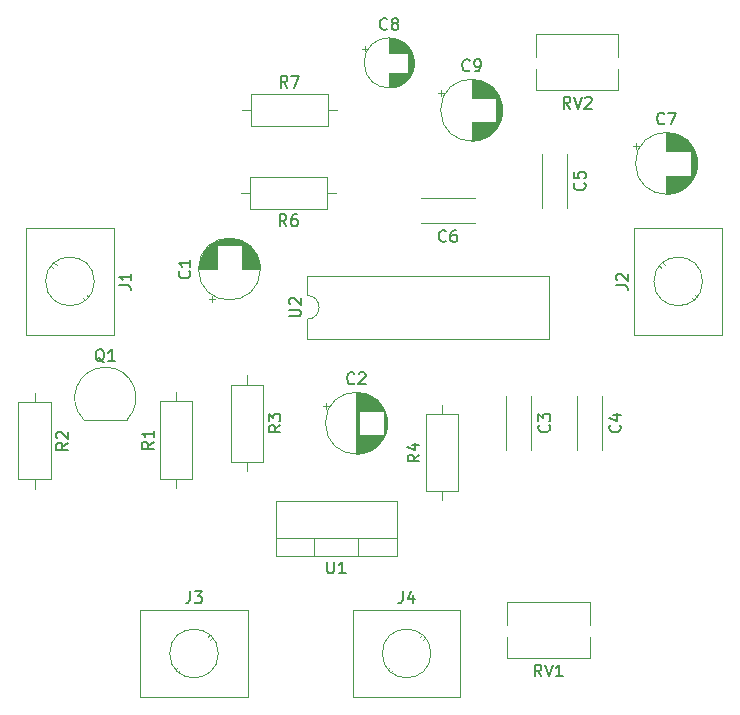
<source format=gbr>
%TF.GenerationSoftware,KiCad,Pcbnew,8.0.5*%
%TF.CreationDate,2024-10-10T16:22:24-05:00*%
%TF.ProjectId,Block-PT2399,426c6f63-6b2d-4505-9432-3339392e6b69,rev?*%
%TF.SameCoordinates,Original*%
%TF.FileFunction,Legend,Top*%
%TF.FilePolarity,Positive*%
%FSLAX46Y46*%
G04 Gerber Fmt 4.6, Leading zero omitted, Abs format (unit mm)*
G04 Created by KiCad (PCBNEW 8.0.5) date 2024-10-10 16:22:24*
%MOMM*%
%LPD*%
G01*
G04 APERTURE LIST*
%ADD10C,0.150000*%
%ADD11C,0.120000*%
G04 APERTURE END LIST*
D10*
X138333333Y-105059580D02*
X138285714Y-105107200D01*
X138285714Y-105107200D02*
X138142857Y-105154819D01*
X138142857Y-105154819D02*
X138047619Y-105154819D01*
X138047619Y-105154819D02*
X137904762Y-105107200D01*
X137904762Y-105107200D02*
X137809524Y-105011961D01*
X137809524Y-105011961D02*
X137761905Y-104916723D01*
X137761905Y-104916723D02*
X137714286Y-104726247D01*
X137714286Y-104726247D02*
X137714286Y-104583390D01*
X137714286Y-104583390D02*
X137761905Y-104392914D01*
X137761905Y-104392914D02*
X137809524Y-104297676D01*
X137809524Y-104297676D02*
X137904762Y-104202438D01*
X137904762Y-104202438D02*
X138047619Y-104154819D01*
X138047619Y-104154819D02*
X138142857Y-104154819D01*
X138142857Y-104154819D02*
X138285714Y-104202438D01*
X138285714Y-104202438D02*
X138333333Y-104250057D01*
X139190476Y-104154819D02*
X139000000Y-104154819D01*
X139000000Y-104154819D02*
X138904762Y-104202438D01*
X138904762Y-104202438D02*
X138857143Y-104250057D01*
X138857143Y-104250057D02*
X138761905Y-104392914D01*
X138761905Y-104392914D02*
X138714286Y-104583390D01*
X138714286Y-104583390D02*
X138714286Y-104964342D01*
X138714286Y-104964342D02*
X138761905Y-105059580D01*
X138761905Y-105059580D02*
X138809524Y-105107200D01*
X138809524Y-105107200D02*
X138904762Y-105154819D01*
X138904762Y-105154819D02*
X139095238Y-105154819D01*
X139095238Y-105154819D02*
X139190476Y-105107200D01*
X139190476Y-105107200D02*
X139238095Y-105059580D01*
X139238095Y-105059580D02*
X139285714Y-104964342D01*
X139285714Y-104964342D02*
X139285714Y-104726247D01*
X139285714Y-104726247D02*
X139238095Y-104631009D01*
X139238095Y-104631009D02*
X139190476Y-104583390D01*
X139190476Y-104583390D02*
X139095238Y-104535771D01*
X139095238Y-104535771D02*
X138904762Y-104535771D01*
X138904762Y-104535771D02*
X138809524Y-104583390D01*
X138809524Y-104583390D02*
X138761905Y-104631009D01*
X138761905Y-104631009D02*
X138714286Y-104726247D01*
X124833333Y-103824819D02*
X124500000Y-103348628D01*
X124261905Y-103824819D02*
X124261905Y-102824819D01*
X124261905Y-102824819D02*
X124642857Y-102824819D01*
X124642857Y-102824819D02*
X124738095Y-102872438D01*
X124738095Y-102872438D02*
X124785714Y-102920057D01*
X124785714Y-102920057D02*
X124833333Y-103015295D01*
X124833333Y-103015295D02*
X124833333Y-103158152D01*
X124833333Y-103158152D02*
X124785714Y-103253390D01*
X124785714Y-103253390D02*
X124738095Y-103301009D01*
X124738095Y-103301009D02*
X124642857Y-103348628D01*
X124642857Y-103348628D02*
X124261905Y-103348628D01*
X125690476Y-102824819D02*
X125500000Y-102824819D01*
X125500000Y-102824819D02*
X125404762Y-102872438D01*
X125404762Y-102872438D02*
X125357143Y-102920057D01*
X125357143Y-102920057D02*
X125261905Y-103062914D01*
X125261905Y-103062914D02*
X125214286Y-103253390D01*
X125214286Y-103253390D02*
X125214286Y-103634342D01*
X125214286Y-103634342D02*
X125261905Y-103729580D01*
X125261905Y-103729580D02*
X125309524Y-103777200D01*
X125309524Y-103777200D02*
X125404762Y-103824819D01*
X125404762Y-103824819D02*
X125595238Y-103824819D01*
X125595238Y-103824819D02*
X125690476Y-103777200D01*
X125690476Y-103777200D02*
X125738095Y-103729580D01*
X125738095Y-103729580D02*
X125785714Y-103634342D01*
X125785714Y-103634342D02*
X125785714Y-103396247D01*
X125785714Y-103396247D02*
X125738095Y-103301009D01*
X125738095Y-103301009D02*
X125690476Y-103253390D01*
X125690476Y-103253390D02*
X125595238Y-103205771D01*
X125595238Y-103205771D02*
X125404762Y-103205771D01*
X125404762Y-103205771D02*
X125309524Y-103253390D01*
X125309524Y-103253390D02*
X125261905Y-103301009D01*
X125261905Y-103301009D02*
X125214286Y-103396247D01*
X156833333Y-95109580D02*
X156785714Y-95157200D01*
X156785714Y-95157200D02*
X156642857Y-95204819D01*
X156642857Y-95204819D02*
X156547619Y-95204819D01*
X156547619Y-95204819D02*
X156404762Y-95157200D01*
X156404762Y-95157200D02*
X156309524Y-95061961D01*
X156309524Y-95061961D02*
X156261905Y-94966723D01*
X156261905Y-94966723D02*
X156214286Y-94776247D01*
X156214286Y-94776247D02*
X156214286Y-94633390D01*
X156214286Y-94633390D02*
X156261905Y-94442914D01*
X156261905Y-94442914D02*
X156309524Y-94347676D01*
X156309524Y-94347676D02*
X156404762Y-94252438D01*
X156404762Y-94252438D02*
X156547619Y-94204819D01*
X156547619Y-94204819D02*
X156642857Y-94204819D01*
X156642857Y-94204819D02*
X156785714Y-94252438D01*
X156785714Y-94252438D02*
X156833333Y-94300057D01*
X157166667Y-94204819D02*
X157833333Y-94204819D01*
X157833333Y-94204819D02*
X157404762Y-95204819D01*
X124913333Y-92084819D02*
X124580000Y-91608628D01*
X124341905Y-92084819D02*
X124341905Y-91084819D01*
X124341905Y-91084819D02*
X124722857Y-91084819D01*
X124722857Y-91084819D02*
X124818095Y-91132438D01*
X124818095Y-91132438D02*
X124865714Y-91180057D01*
X124865714Y-91180057D02*
X124913333Y-91275295D01*
X124913333Y-91275295D02*
X124913333Y-91418152D01*
X124913333Y-91418152D02*
X124865714Y-91513390D01*
X124865714Y-91513390D02*
X124818095Y-91561009D01*
X124818095Y-91561009D02*
X124722857Y-91608628D01*
X124722857Y-91608628D02*
X124341905Y-91608628D01*
X125246667Y-91084819D02*
X125913333Y-91084819D01*
X125913333Y-91084819D02*
X125484762Y-92084819D01*
X125044819Y-111451904D02*
X125854342Y-111451904D01*
X125854342Y-111451904D02*
X125949580Y-111404285D01*
X125949580Y-111404285D02*
X125997200Y-111356666D01*
X125997200Y-111356666D02*
X126044819Y-111261428D01*
X126044819Y-111261428D02*
X126044819Y-111070952D01*
X126044819Y-111070952D02*
X125997200Y-110975714D01*
X125997200Y-110975714D02*
X125949580Y-110928095D01*
X125949580Y-110928095D02*
X125854342Y-110880476D01*
X125854342Y-110880476D02*
X125044819Y-110880476D01*
X125140057Y-110451904D02*
X125092438Y-110404285D01*
X125092438Y-110404285D02*
X125044819Y-110309047D01*
X125044819Y-110309047D02*
X125044819Y-110070952D01*
X125044819Y-110070952D02*
X125092438Y-109975714D01*
X125092438Y-109975714D02*
X125140057Y-109928095D01*
X125140057Y-109928095D02*
X125235295Y-109880476D01*
X125235295Y-109880476D02*
X125330533Y-109880476D01*
X125330533Y-109880476D02*
X125473390Y-109928095D01*
X125473390Y-109928095D02*
X126044819Y-110499523D01*
X126044819Y-110499523D02*
X126044819Y-109880476D01*
X140333333Y-90609580D02*
X140285714Y-90657200D01*
X140285714Y-90657200D02*
X140142857Y-90704819D01*
X140142857Y-90704819D02*
X140047619Y-90704819D01*
X140047619Y-90704819D02*
X139904762Y-90657200D01*
X139904762Y-90657200D02*
X139809524Y-90561961D01*
X139809524Y-90561961D02*
X139761905Y-90466723D01*
X139761905Y-90466723D02*
X139714286Y-90276247D01*
X139714286Y-90276247D02*
X139714286Y-90133390D01*
X139714286Y-90133390D02*
X139761905Y-89942914D01*
X139761905Y-89942914D02*
X139809524Y-89847676D01*
X139809524Y-89847676D02*
X139904762Y-89752438D01*
X139904762Y-89752438D02*
X140047619Y-89704819D01*
X140047619Y-89704819D02*
X140142857Y-89704819D01*
X140142857Y-89704819D02*
X140285714Y-89752438D01*
X140285714Y-89752438D02*
X140333333Y-89800057D01*
X140809524Y-90704819D02*
X141000000Y-90704819D01*
X141000000Y-90704819D02*
X141095238Y-90657200D01*
X141095238Y-90657200D02*
X141142857Y-90609580D01*
X141142857Y-90609580D02*
X141238095Y-90466723D01*
X141238095Y-90466723D02*
X141285714Y-90276247D01*
X141285714Y-90276247D02*
X141285714Y-89895295D01*
X141285714Y-89895295D02*
X141238095Y-89800057D01*
X141238095Y-89800057D02*
X141190476Y-89752438D01*
X141190476Y-89752438D02*
X141095238Y-89704819D01*
X141095238Y-89704819D02*
X140904762Y-89704819D01*
X140904762Y-89704819D02*
X140809524Y-89752438D01*
X140809524Y-89752438D02*
X140761905Y-89800057D01*
X140761905Y-89800057D02*
X140714286Y-89895295D01*
X140714286Y-89895295D02*
X140714286Y-90133390D01*
X140714286Y-90133390D02*
X140761905Y-90228628D01*
X140761905Y-90228628D02*
X140809524Y-90276247D01*
X140809524Y-90276247D02*
X140904762Y-90323866D01*
X140904762Y-90323866D02*
X141095238Y-90323866D01*
X141095238Y-90323866D02*
X141190476Y-90276247D01*
X141190476Y-90276247D02*
X141238095Y-90228628D01*
X141238095Y-90228628D02*
X141285714Y-90133390D01*
X109404761Y-115350057D02*
X109309523Y-115302438D01*
X109309523Y-115302438D02*
X109214285Y-115207200D01*
X109214285Y-115207200D02*
X109071428Y-115064342D01*
X109071428Y-115064342D02*
X108976190Y-115016723D01*
X108976190Y-115016723D02*
X108880952Y-115016723D01*
X108928571Y-115254819D02*
X108833333Y-115207200D01*
X108833333Y-115207200D02*
X108738095Y-115111961D01*
X108738095Y-115111961D02*
X108690476Y-114921485D01*
X108690476Y-114921485D02*
X108690476Y-114588152D01*
X108690476Y-114588152D02*
X108738095Y-114397676D01*
X108738095Y-114397676D02*
X108833333Y-114302438D01*
X108833333Y-114302438D02*
X108928571Y-114254819D01*
X108928571Y-114254819D02*
X109119047Y-114254819D01*
X109119047Y-114254819D02*
X109214285Y-114302438D01*
X109214285Y-114302438D02*
X109309523Y-114397676D01*
X109309523Y-114397676D02*
X109357142Y-114588152D01*
X109357142Y-114588152D02*
X109357142Y-114921485D01*
X109357142Y-114921485D02*
X109309523Y-115111961D01*
X109309523Y-115111961D02*
X109214285Y-115207200D01*
X109214285Y-115207200D02*
X109119047Y-115254819D01*
X109119047Y-115254819D02*
X108928571Y-115254819D01*
X110309523Y-115254819D02*
X109738095Y-115254819D01*
X110023809Y-115254819D02*
X110023809Y-114254819D01*
X110023809Y-114254819D02*
X109928571Y-114397676D01*
X109928571Y-114397676D02*
X109833333Y-114492914D01*
X109833333Y-114492914D02*
X109738095Y-114540533D01*
X110664819Y-108833333D02*
X111379104Y-108833333D01*
X111379104Y-108833333D02*
X111521961Y-108880952D01*
X111521961Y-108880952D02*
X111617200Y-108976190D01*
X111617200Y-108976190D02*
X111664819Y-109119047D01*
X111664819Y-109119047D02*
X111664819Y-109214285D01*
X111664819Y-107833333D02*
X111664819Y-108404761D01*
X111664819Y-108119047D02*
X110664819Y-108119047D01*
X110664819Y-108119047D02*
X110807676Y-108214285D01*
X110807676Y-108214285D02*
X110902914Y-108309523D01*
X110902914Y-108309523D02*
X110950533Y-108404761D01*
X148864761Y-93864819D02*
X148531428Y-93388628D01*
X148293333Y-93864819D02*
X148293333Y-92864819D01*
X148293333Y-92864819D02*
X148674285Y-92864819D01*
X148674285Y-92864819D02*
X148769523Y-92912438D01*
X148769523Y-92912438D02*
X148817142Y-92960057D01*
X148817142Y-92960057D02*
X148864761Y-93055295D01*
X148864761Y-93055295D02*
X148864761Y-93198152D01*
X148864761Y-93198152D02*
X148817142Y-93293390D01*
X148817142Y-93293390D02*
X148769523Y-93341009D01*
X148769523Y-93341009D02*
X148674285Y-93388628D01*
X148674285Y-93388628D02*
X148293333Y-93388628D01*
X149150476Y-92864819D02*
X149483809Y-93864819D01*
X149483809Y-93864819D02*
X149817142Y-92864819D01*
X150102857Y-92960057D02*
X150150476Y-92912438D01*
X150150476Y-92912438D02*
X150245714Y-92864819D01*
X150245714Y-92864819D02*
X150483809Y-92864819D01*
X150483809Y-92864819D02*
X150579047Y-92912438D01*
X150579047Y-92912438D02*
X150626666Y-92960057D01*
X150626666Y-92960057D02*
X150674285Y-93055295D01*
X150674285Y-93055295D02*
X150674285Y-93150533D01*
X150674285Y-93150533D02*
X150626666Y-93293390D01*
X150626666Y-93293390D02*
X150055238Y-93864819D01*
X150055238Y-93864819D02*
X150674285Y-93864819D01*
X128278095Y-132224819D02*
X128278095Y-133034342D01*
X128278095Y-133034342D02*
X128325714Y-133129580D01*
X128325714Y-133129580D02*
X128373333Y-133177200D01*
X128373333Y-133177200D02*
X128468571Y-133224819D01*
X128468571Y-133224819D02*
X128659047Y-133224819D01*
X128659047Y-133224819D02*
X128754285Y-133177200D01*
X128754285Y-133177200D02*
X128801904Y-133129580D01*
X128801904Y-133129580D02*
X128849523Y-133034342D01*
X128849523Y-133034342D02*
X128849523Y-132224819D01*
X129849523Y-133224819D02*
X129278095Y-133224819D01*
X129563809Y-133224819D02*
X129563809Y-132224819D01*
X129563809Y-132224819D02*
X129468571Y-132367676D01*
X129468571Y-132367676D02*
X129373333Y-132462914D01*
X129373333Y-132462914D02*
X129278095Y-132510533D01*
X134666666Y-134744819D02*
X134666666Y-135459104D01*
X134666666Y-135459104D02*
X134619047Y-135601961D01*
X134619047Y-135601961D02*
X134523809Y-135697200D01*
X134523809Y-135697200D02*
X134380952Y-135744819D01*
X134380952Y-135744819D02*
X134285714Y-135744819D01*
X135571428Y-135078152D02*
X135571428Y-135744819D01*
X135333333Y-134697200D02*
X135095238Y-135411485D01*
X135095238Y-135411485D02*
X135714285Y-135411485D01*
X152744819Y-108833333D02*
X153459104Y-108833333D01*
X153459104Y-108833333D02*
X153601961Y-108880952D01*
X153601961Y-108880952D02*
X153697200Y-108976190D01*
X153697200Y-108976190D02*
X153744819Y-109119047D01*
X153744819Y-109119047D02*
X153744819Y-109214285D01*
X152840057Y-108404761D02*
X152792438Y-108357142D01*
X152792438Y-108357142D02*
X152744819Y-108261904D01*
X152744819Y-108261904D02*
X152744819Y-108023809D01*
X152744819Y-108023809D02*
X152792438Y-107928571D01*
X152792438Y-107928571D02*
X152840057Y-107880952D01*
X152840057Y-107880952D02*
X152935295Y-107833333D01*
X152935295Y-107833333D02*
X153030533Y-107833333D01*
X153030533Y-107833333D02*
X153173390Y-107880952D01*
X153173390Y-107880952D02*
X153744819Y-108452380D01*
X153744819Y-108452380D02*
X153744819Y-107833333D01*
X146419761Y-141939819D02*
X146086428Y-141463628D01*
X145848333Y-141939819D02*
X145848333Y-140939819D01*
X145848333Y-140939819D02*
X146229285Y-140939819D01*
X146229285Y-140939819D02*
X146324523Y-140987438D01*
X146324523Y-140987438D02*
X146372142Y-141035057D01*
X146372142Y-141035057D02*
X146419761Y-141130295D01*
X146419761Y-141130295D02*
X146419761Y-141273152D01*
X146419761Y-141273152D02*
X146372142Y-141368390D01*
X146372142Y-141368390D02*
X146324523Y-141416009D01*
X146324523Y-141416009D02*
X146229285Y-141463628D01*
X146229285Y-141463628D02*
X145848333Y-141463628D01*
X146705476Y-140939819D02*
X147038809Y-141939819D01*
X147038809Y-141939819D02*
X147372142Y-140939819D01*
X148229285Y-141939819D02*
X147657857Y-141939819D01*
X147943571Y-141939819D02*
X147943571Y-140939819D01*
X147943571Y-140939819D02*
X147848333Y-141082676D01*
X147848333Y-141082676D02*
X147753095Y-141177914D01*
X147753095Y-141177914D02*
X147657857Y-141225533D01*
X116666666Y-134744819D02*
X116666666Y-135459104D01*
X116666666Y-135459104D02*
X116619047Y-135601961D01*
X116619047Y-135601961D02*
X116523809Y-135697200D01*
X116523809Y-135697200D02*
X116380952Y-135744819D01*
X116380952Y-135744819D02*
X116285714Y-135744819D01*
X117047619Y-134744819D02*
X117666666Y-134744819D01*
X117666666Y-134744819D02*
X117333333Y-135125771D01*
X117333333Y-135125771D02*
X117476190Y-135125771D01*
X117476190Y-135125771D02*
X117571428Y-135173390D01*
X117571428Y-135173390D02*
X117619047Y-135221009D01*
X117619047Y-135221009D02*
X117666666Y-135316247D01*
X117666666Y-135316247D02*
X117666666Y-135554342D01*
X117666666Y-135554342D02*
X117619047Y-135649580D01*
X117619047Y-135649580D02*
X117571428Y-135697200D01*
X117571428Y-135697200D02*
X117476190Y-135744819D01*
X117476190Y-135744819D02*
X117190476Y-135744819D01*
X117190476Y-135744819D02*
X117095238Y-135697200D01*
X117095238Y-135697200D02*
X117047619Y-135649580D01*
X113584819Y-122086666D02*
X113108628Y-122419999D01*
X113584819Y-122658094D02*
X112584819Y-122658094D01*
X112584819Y-122658094D02*
X112584819Y-122277142D01*
X112584819Y-122277142D02*
X112632438Y-122181904D01*
X112632438Y-122181904D02*
X112680057Y-122134285D01*
X112680057Y-122134285D02*
X112775295Y-122086666D01*
X112775295Y-122086666D02*
X112918152Y-122086666D01*
X112918152Y-122086666D02*
X113013390Y-122134285D01*
X113013390Y-122134285D02*
X113061009Y-122181904D01*
X113061009Y-122181904D02*
X113108628Y-122277142D01*
X113108628Y-122277142D02*
X113108628Y-122658094D01*
X113584819Y-121134285D02*
X113584819Y-121705713D01*
X113584819Y-121419999D02*
X112584819Y-121419999D01*
X112584819Y-121419999D02*
X112727676Y-121515237D01*
X112727676Y-121515237D02*
X112822914Y-121610475D01*
X112822914Y-121610475D02*
X112870533Y-121705713D01*
X153059580Y-120666666D02*
X153107200Y-120714285D01*
X153107200Y-120714285D02*
X153154819Y-120857142D01*
X153154819Y-120857142D02*
X153154819Y-120952380D01*
X153154819Y-120952380D02*
X153107200Y-121095237D01*
X153107200Y-121095237D02*
X153011961Y-121190475D01*
X153011961Y-121190475D02*
X152916723Y-121238094D01*
X152916723Y-121238094D02*
X152726247Y-121285713D01*
X152726247Y-121285713D02*
X152583390Y-121285713D01*
X152583390Y-121285713D02*
X152392914Y-121238094D01*
X152392914Y-121238094D02*
X152297676Y-121190475D01*
X152297676Y-121190475D02*
X152202438Y-121095237D01*
X152202438Y-121095237D02*
X152154819Y-120952380D01*
X152154819Y-120952380D02*
X152154819Y-120857142D01*
X152154819Y-120857142D02*
X152202438Y-120714285D01*
X152202438Y-120714285D02*
X152250057Y-120666666D01*
X152488152Y-119809523D02*
X153154819Y-119809523D01*
X152107200Y-120047618D02*
X152821485Y-120285713D01*
X152821485Y-120285713D02*
X152821485Y-119666666D01*
X136084819Y-123166666D02*
X135608628Y-123499999D01*
X136084819Y-123738094D02*
X135084819Y-123738094D01*
X135084819Y-123738094D02*
X135084819Y-123357142D01*
X135084819Y-123357142D02*
X135132438Y-123261904D01*
X135132438Y-123261904D02*
X135180057Y-123214285D01*
X135180057Y-123214285D02*
X135275295Y-123166666D01*
X135275295Y-123166666D02*
X135418152Y-123166666D01*
X135418152Y-123166666D02*
X135513390Y-123214285D01*
X135513390Y-123214285D02*
X135561009Y-123261904D01*
X135561009Y-123261904D02*
X135608628Y-123357142D01*
X135608628Y-123357142D02*
X135608628Y-123738094D01*
X135418152Y-122309523D02*
X136084819Y-122309523D01*
X135037200Y-122547618D02*
X135751485Y-122785713D01*
X135751485Y-122785713D02*
X135751485Y-122166666D01*
X133360734Y-87109580D02*
X133313115Y-87157200D01*
X133313115Y-87157200D02*
X133170258Y-87204819D01*
X133170258Y-87204819D02*
X133075020Y-87204819D01*
X133075020Y-87204819D02*
X132932163Y-87157200D01*
X132932163Y-87157200D02*
X132836925Y-87061961D01*
X132836925Y-87061961D02*
X132789306Y-86966723D01*
X132789306Y-86966723D02*
X132741687Y-86776247D01*
X132741687Y-86776247D02*
X132741687Y-86633390D01*
X132741687Y-86633390D02*
X132789306Y-86442914D01*
X132789306Y-86442914D02*
X132836925Y-86347676D01*
X132836925Y-86347676D02*
X132932163Y-86252438D01*
X132932163Y-86252438D02*
X133075020Y-86204819D01*
X133075020Y-86204819D02*
X133170258Y-86204819D01*
X133170258Y-86204819D02*
X133313115Y-86252438D01*
X133313115Y-86252438D02*
X133360734Y-86300057D01*
X133932163Y-86633390D02*
X133836925Y-86585771D01*
X133836925Y-86585771D02*
X133789306Y-86538152D01*
X133789306Y-86538152D02*
X133741687Y-86442914D01*
X133741687Y-86442914D02*
X133741687Y-86395295D01*
X133741687Y-86395295D02*
X133789306Y-86300057D01*
X133789306Y-86300057D02*
X133836925Y-86252438D01*
X133836925Y-86252438D02*
X133932163Y-86204819D01*
X133932163Y-86204819D02*
X134122639Y-86204819D01*
X134122639Y-86204819D02*
X134217877Y-86252438D01*
X134217877Y-86252438D02*
X134265496Y-86300057D01*
X134265496Y-86300057D02*
X134313115Y-86395295D01*
X134313115Y-86395295D02*
X134313115Y-86442914D01*
X134313115Y-86442914D02*
X134265496Y-86538152D01*
X134265496Y-86538152D02*
X134217877Y-86585771D01*
X134217877Y-86585771D02*
X134122639Y-86633390D01*
X134122639Y-86633390D02*
X133932163Y-86633390D01*
X133932163Y-86633390D02*
X133836925Y-86681009D01*
X133836925Y-86681009D02*
X133789306Y-86728628D01*
X133789306Y-86728628D02*
X133741687Y-86823866D01*
X133741687Y-86823866D02*
X133741687Y-87014342D01*
X133741687Y-87014342D02*
X133789306Y-87109580D01*
X133789306Y-87109580D02*
X133836925Y-87157200D01*
X133836925Y-87157200D02*
X133932163Y-87204819D01*
X133932163Y-87204819D02*
X134122639Y-87204819D01*
X134122639Y-87204819D02*
X134217877Y-87157200D01*
X134217877Y-87157200D02*
X134265496Y-87109580D01*
X134265496Y-87109580D02*
X134313115Y-87014342D01*
X134313115Y-87014342D02*
X134313115Y-86823866D01*
X134313115Y-86823866D02*
X134265496Y-86728628D01*
X134265496Y-86728628D02*
X134217877Y-86681009D01*
X134217877Y-86681009D02*
X134122639Y-86633390D01*
X150059580Y-100166666D02*
X150107200Y-100214285D01*
X150107200Y-100214285D02*
X150154819Y-100357142D01*
X150154819Y-100357142D02*
X150154819Y-100452380D01*
X150154819Y-100452380D02*
X150107200Y-100595237D01*
X150107200Y-100595237D02*
X150011961Y-100690475D01*
X150011961Y-100690475D02*
X149916723Y-100738094D01*
X149916723Y-100738094D02*
X149726247Y-100785713D01*
X149726247Y-100785713D02*
X149583390Y-100785713D01*
X149583390Y-100785713D02*
X149392914Y-100738094D01*
X149392914Y-100738094D02*
X149297676Y-100690475D01*
X149297676Y-100690475D02*
X149202438Y-100595237D01*
X149202438Y-100595237D02*
X149154819Y-100452380D01*
X149154819Y-100452380D02*
X149154819Y-100357142D01*
X149154819Y-100357142D02*
X149202438Y-100214285D01*
X149202438Y-100214285D02*
X149250057Y-100166666D01*
X149154819Y-99261904D02*
X149154819Y-99738094D01*
X149154819Y-99738094D02*
X149631009Y-99785713D01*
X149631009Y-99785713D02*
X149583390Y-99738094D01*
X149583390Y-99738094D02*
X149535771Y-99642856D01*
X149535771Y-99642856D02*
X149535771Y-99404761D01*
X149535771Y-99404761D02*
X149583390Y-99309523D01*
X149583390Y-99309523D02*
X149631009Y-99261904D01*
X149631009Y-99261904D02*
X149726247Y-99214285D01*
X149726247Y-99214285D02*
X149964342Y-99214285D01*
X149964342Y-99214285D02*
X150059580Y-99261904D01*
X150059580Y-99261904D02*
X150107200Y-99309523D01*
X150107200Y-99309523D02*
X150154819Y-99404761D01*
X150154819Y-99404761D02*
X150154819Y-99642856D01*
X150154819Y-99642856D02*
X150107200Y-99738094D01*
X150107200Y-99738094D02*
X150059580Y-99785713D01*
X147059580Y-120666666D02*
X147107200Y-120714285D01*
X147107200Y-120714285D02*
X147154819Y-120857142D01*
X147154819Y-120857142D02*
X147154819Y-120952380D01*
X147154819Y-120952380D02*
X147107200Y-121095237D01*
X147107200Y-121095237D02*
X147011961Y-121190475D01*
X147011961Y-121190475D02*
X146916723Y-121238094D01*
X146916723Y-121238094D02*
X146726247Y-121285713D01*
X146726247Y-121285713D02*
X146583390Y-121285713D01*
X146583390Y-121285713D02*
X146392914Y-121238094D01*
X146392914Y-121238094D02*
X146297676Y-121190475D01*
X146297676Y-121190475D02*
X146202438Y-121095237D01*
X146202438Y-121095237D02*
X146154819Y-120952380D01*
X146154819Y-120952380D02*
X146154819Y-120857142D01*
X146154819Y-120857142D02*
X146202438Y-120714285D01*
X146202438Y-120714285D02*
X146250057Y-120666666D01*
X146154819Y-120333332D02*
X146154819Y-119714285D01*
X146154819Y-119714285D02*
X146535771Y-120047618D01*
X146535771Y-120047618D02*
X146535771Y-119904761D01*
X146535771Y-119904761D02*
X146583390Y-119809523D01*
X146583390Y-119809523D02*
X146631009Y-119761904D01*
X146631009Y-119761904D02*
X146726247Y-119714285D01*
X146726247Y-119714285D02*
X146964342Y-119714285D01*
X146964342Y-119714285D02*
X147059580Y-119761904D01*
X147059580Y-119761904D02*
X147107200Y-119809523D01*
X147107200Y-119809523D02*
X147154819Y-119904761D01*
X147154819Y-119904761D02*
X147154819Y-120190475D01*
X147154819Y-120190475D02*
X147107200Y-120285713D01*
X147107200Y-120285713D02*
X147059580Y-120333332D01*
X124324819Y-120666666D02*
X123848628Y-120999999D01*
X124324819Y-121238094D02*
X123324819Y-121238094D01*
X123324819Y-121238094D02*
X123324819Y-120857142D01*
X123324819Y-120857142D02*
X123372438Y-120761904D01*
X123372438Y-120761904D02*
X123420057Y-120714285D01*
X123420057Y-120714285D02*
X123515295Y-120666666D01*
X123515295Y-120666666D02*
X123658152Y-120666666D01*
X123658152Y-120666666D02*
X123753390Y-120714285D01*
X123753390Y-120714285D02*
X123801009Y-120761904D01*
X123801009Y-120761904D02*
X123848628Y-120857142D01*
X123848628Y-120857142D02*
X123848628Y-121238094D01*
X123324819Y-120333332D02*
X123324819Y-119714285D01*
X123324819Y-119714285D02*
X123705771Y-120047618D01*
X123705771Y-120047618D02*
X123705771Y-119904761D01*
X123705771Y-119904761D02*
X123753390Y-119809523D01*
X123753390Y-119809523D02*
X123801009Y-119761904D01*
X123801009Y-119761904D02*
X123896247Y-119714285D01*
X123896247Y-119714285D02*
X124134342Y-119714285D01*
X124134342Y-119714285D02*
X124229580Y-119761904D01*
X124229580Y-119761904D02*
X124277200Y-119809523D01*
X124277200Y-119809523D02*
X124324819Y-119904761D01*
X124324819Y-119904761D02*
X124324819Y-120190475D01*
X124324819Y-120190475D02*
X124277200Y-120285713D01*
X124277200Y-120285713D02*
X124229580Y-120333332D01*
X130583333Y-117109580D02*
X130535714Y-117157200D01*
X130535714Y-117157200D02*
X130392857Y-117204819D01*
X130392857Y-117204819D02*
X130297619Y-117204819D01*
X130297619Y-117204819D02*
X130154762Y-117157200D01*
X130154762Y-117157200D02*
X130059524Y-117061961D01*
X130059524Y-117061961D02*
X130011905Y-116966723D01*
X130011905Y-116966723D02*
X129964286Y-116776247D01*
X129964286Y-116776247D02*
X129964286Y-116633390D01*
X129964286Y-116633390D02*
X130011905Y-116442914D01*
X130011905Y-116442914D02*
X130059524Y-116347676D01*
X130059524Y-116347676D02*
X130154762Y-116252438D01*
X130154762Y-116252438D02*
X130297619Y-116204819D01*
X130297619Y-116204819D02*
X130392857Y-116204819D01*
X130392857Y-116204819D02*
X130535714Y-116252438D01*
X130535714Y-116252438D02*
X130583333Y-116300057D01*
X130964286Y-116300057D02*
X131011905Y-116252438D01*
X131011905Y-116252438D02*
X131107143Y-116204819D01*
X131107143Y-116204819D02*
X131345238Y-116204819D01*
X131345238Y-116204819D02*
X131440476Y-116252438D01*
X131440476Y-116252438D02*
X131488095Y-116300057D01*
X131488095Y-116300057D02*
X131535714Y-116395295D01*
X131535714Y-116395295D02*
X131535714Y-116490533D01*
X131535714Y-116490533D02*
X131488095Y-116633390D01*
X131488095Y-116633390D02*
X130916667Y-117204819D01*
X130916667Y-117204819D02*
X131535714Y-117204819D01*
X116609580Y-107621779D02*
X116657200Y-107669398D01*
X116657200Y-107669398D02*
X116704819Y-107812255D01*
X116704819Y-107812255D02*
X116704819Y-107907493D01*
X116704819Y-107907493D02*
X116657200Y-108050350D01*
X116657200Y-108050350D02*
X116561961Y-108145588D01*
X116561961Y-108145588D02*
X116466723Y-108193207D01*
X116466723Y-108193207D02*
X116276247Y-108240826D01*
X116276247Y-108240826D02*
X116133390Y-108240826D01*
X116133390Y-108240826D02*
X115942914Y-108193207D01*
X115942914Y-108193207D02*
X115847676Y-108145588D01*
X115847676Y-108145588D02*
X115752438Y-108050350D01*
X115752438Y-108050350D02*
X115704819Y-107907493D01*
X115704819Y-107907493D02*
X115704819Y-107812255D01*
X115704819Y-107812255D02*
X115752438Y-107669398D01*
X115752438Y-107669398D02*
X115800057Y-107621779D01*
X116704819Y-106669398D02*
X116704819Y-107240826D01*
X116704819Y-106955112D02*
X115704819Y-106955112D01*
X115704819Y-106955112D02*
X115847676Y-107050350D01*
X115847676Y-107050350D02*
X115942914Y-107145588D01*
X115942914Y-107145588D02*
X115990533Y-107240826D01*
X106324819Y-122166666D02*
X105848628Y-122499999D01*
X106324819Y-122738094D02*
X105324819Y-122738094D01*
X105324819Y-122738094D02*
X105324819Y-122357142D01*
X105324819Y-122357142D02*
X105372438Y-122261904D01*
X105372438Y-122261904D02*
X105420057Y-122214285D01*
X105420057Y-122214285D02*
X105515295Y-122166666D01*
X105515295Y-122166666D02*
X105658152Y-122166666D01*
X105658152Y-122166666D02*
X105753390Y-122214285D01*
X105753390Y-122214285D02*
X105801009Y-122261904D01*
X105801009Y-122261904D02*
X105848628Y-122357142D01*
X105848628Y-122357142D02*
X105848628Y-122738094D01*
X105420057Y-121785713D02*
X105372438Y-121738094D01*
X105372438Y-121738094D02*
X105324819Y-121642856D01*
X105324819Y-121642856D02*
X105324819Y-121404761D01*
X105324819Y-121404761D02*
X105372438Y-121309523D01*
X105372438Y-121309523D02*
X105420057Y-121261904D01*
X105420057Y-121261904D02*
X105515295Y-121214285D01*
X105515295Y-121214285D02*
X105610533Y-121214285D01*
X105610533Y-121214285D02*
X105753390Y-121261904D01*
X105753390Y-121261904D02*
X106324819Y-121833332D01*
X106324819Y-121833332D02*
X106324819Y-121214285D01*
D11*
%TO.C,C6*%
X136230000Y-101445000D02*
X136230000Y-101430000D01*
X136230000Y-103570000D02*
X136230000Y-103555000D01*
X140770000Y-101430000D02*
X136230000Y-101430000D01*
X140770000Y-101445000D02*
X140770000Y-101430000D01*
X140770000Y-103570000D02*
X136230000Y-103570000D01*
X140770000Y-103570000D02*
X140770000Y-103555000D01*
%TO.C,R6*%
X120960000Y-101000000D02*
X121730000Y-101000000D01*
X121730000Y-99630000D02*
X121730000Y-102370000D01*
X121730000Y-102370000D02*
X128270000Y-102370000D01*
X128270000Y-99630000D02*
X121730000Y-99630000D01*
X128270000Y-102370000D02*
X128270000Y-99630000D01*
X129040000Y-101000000D02*
X128270000Y-101000000D01*
%TO.C,C7*%
X154195225Y-97025000D02*
X154695225Y-97025000D01*
X154445225Y-96775000D02*
X154445225Y-97275000D01*
X157000000Y-95920000D02*
X157000000Y-97460000D01*
X157000000Y-99540000D02*
X157000000Y-101080000D01*
X157040000Y-95920000D02*
X157040000Y-97460000D01*
X157040000Y-99540000D02*
X157040000Y-101080000D01*
X157080000Y-95921000D02*
X157080000Y-97460000D01*
X157080000Y-99540000D02*
X157080000Y-101079000D01*
X157120000Y-95922000D02*
X157120000Y-97460000D01*
X157120000Y-99540000D02*
X157120000Y-101078000D01*
X157160000Y-95924000D02*
X157160000Y-97460000D01*
X157160000Y-99540000D02*
X157160000Y-101076000D01*
X157200000Y-95927000D02*
X157200000Y-97460000D01*
X157200000Y-99540000D02*
X157200000Y-101073000D01*
X157240000Y-95931000D02*
X157240000Y-97460000D01*
X157240000Y-99540000D02*
X157240000Y-101069000D01*
X157280000Y-95935000D02*
X157280000Y-97460000D01*
X157280000Y-99540000D02*
X157280000Y-101065000D01*
X157320000Y-95939000D02*
X157320000Y-97460000D01*
X157320000Y-99540000D02*
X157320000Y-101061000D01*
X157360000Y-95944000D02*
X157360000Y-97460000D01*
X157360000Y-99540000D02*
X157360000Y-101056000D01*
X157400000Y-95950000D02*
X157400000Y-97460000D01*
X157400000Y-99540000D02*
X157400000Y-101050000D01*
X157440000Y-95957000D02*
X157440000Y-97460000D01*
X157440000Y-99540000D02*
X157440000Y-101043000D01*
X157480000Y-95964000D02*
X157480000Y-97460000D01*
X157480000Y-99540000D02*
X157480000Y-101036000D01*
X157520000Y-95972000D02*
X157520000Y-97460000D01*
X157520000Y-99540000D02*
X157520000Y-101028000D01*
X157560000Y-95980000D02*
X157560000Y-97460000D01*
X157560000Y-99540000D02*
X157560000Y-101020000D01*
X157600000Y-95989000D02*
X157600000Y-97460000D01*
X157600000Y-99540000D02*
X157600000Y-101011000D01*
X157640000Y-95999000D02*
X157640000Y-97460000D01*
X157640000Y-99540000D02*
X157640000Y-101001000D01*
X157680000Y-96009000D02*
X157680000Y-97460000D01*
X157680000Y-99540000D02*
X157680000Y-100991000D01*
X157721000Y-96020000D02*
X157721000Y-97460000D01*
X157721000Y-99540000D02*
X157721000Y-100980000D01*
X157761000Y-96032000D02*
X157761000Y-97460000D01*
X157761000Y-99540000D02*
X157761000Y-100968000D01*
X157801000Y-96045000D02*
X157801000Y-97460000D01*
X157801000Y-99540000D02*
X157801000Y-100955000D01*
X157841000Y-96058000D02*
X157841000Y-97460000D01*
X157841000Y-99540000D02*
X157841000Y-100942000D01*
X157881000Y-96072000D02*
X157881000Y-97460000D01*
X157881000Y-99540000D02*
X157881000Y-100928000D01*
X157921000Y-96086000D02*
X157921000Y-97460000D01*
X157921000Y-99540000D02*
X157921000Y-100914000D01*
X157961000Y-96102000D02*
X157961000Y-97460000D01*
X157961000Y-99540000D02*
X157961000Y-100898000D01*
X158001000Y-96118000D02*
X158001000Y-97460000D01*
X158001000Y-99540000D02*
X158001000Y-100882000D01*
X158041000Y-96135000D02*
X158041000Y-97460000D01*
X158041000Y-99540000D02*
X158041000Y-100865000D01*
X158081000Y-96152000D02*
X158081000Y-97460000D01*
X158081000Y-99540000D02*
X158081000Y-100848000D01*
X158121000Y-96171000D02*
X158121000Y-97460000D01*
X158121000Y-99540000D02*
X158121000Y-100829000D01*
X158161000Y-96190000D02*
X158161000Y-97460000D01*
X158161000Y-99540000D02*
X158161000Y-100810000D01*
X158201000Y-96210000D02*
X158201000Y-97460000D01*
X158201000Y-99540000D02*
X158201000Y-100790000D01*
X158241000Y-96232000D02*
X158241000Y-97460000D01*
X158241000Y-99540000D02*
X158241000Y-100768000D01*
X158281000Y-96253000D02*
X158281000Y-97460000D01*
X158281000Y-99540000D02*
X158281000Y-100747000D01*
X158321000Y-96276000D02*
X158321000Y-97460000D01*
X158321000Y-99540000D02*
X158321000Y-100724000D01*
X158361000Y-96300000D02*
X158361000Y-97460000D01*
X158361000Y-99540000D02*
X158361000Y-100700000D01*
X158401000Y-96325000D02*
X158401000Y-97460000D01*
X158401000Y-99540000D02*
X158401000Y-100675000D01*
X158441000Y-96351000D02*
X158441000Y-97460000D01*
X158441000Y-99540000D02*
X158441000Y-100649000D01*
X158481000Y-96378000D02*
X158481000Y-97460000D01*
X158481000Y-99540000D02*
X158481000Y-100622000D01*
X158521000Y-96405000D02*
X158521000Y-97460000D01*
X158521000Y-99540000D02*
X158521000Y-100595000D01*
X158561000Y-96435000D02*
X158561000Y-97460000D01*
X158561000Y-99540000D02*
X158561000Y-100565000D01*
X158601000Y-96465000D02*
X158601000Y-97460000D01*
X158601000Y-99540000D02*
X158601000Y-100535000D01*
X158641000Y-96496000D02*
X158641000Y-97460000D01*
X158641000Y-99540000D02*
X158641000Y-100504000D01*
X158681000Y-96529000D02*
X158681000Y-97460000D01*
X158681000Y-99540000D02*
X158681000Y-100471000D01*
X158721000Y-96563000D02*
X158721000Y-97460000D01*
X158721000Y-99540000D02*
X158721000Y-100437000D01*
X158761000Y-96599000D02*
X158761000Y-97460000D01*
X158761000Y-99540000D02*
X158761000Y-100401000D01*
X158801000Y-96636000D02*
X158801000Y-97460000D01*
X158801000Y-99540000D02*
X158801000Y-100364000D01*
X158841000Y-96674000D02*
X158841000Y-97460000D01*
X158841000Y-99540000D02*
X158841000Y-100326000D01*
X158881000Y-96715000D02*
X158881000Y-97460000D01*
X158881000Y-99540000D02*
X158881000Y-100285000D01*
X158921000Y-96757000D02*
X158921000Y-97460000D01*
X158921000Y-99540000D02*
X158921000Y-100243000D01*
X158961000Y-96801000D02*
X158961000Y-97460000D01*
X158961000Y-99540000D02*
X158961000Y-100199000D01*
X159001000Y-96847000D02*
X159001000Y-97460000D01*
X159001000Y-99540000D02*
X159001000Y-100153000D01*
X159041000Y-96895000D02*
X159041000Y-100105000D01*
X159081000Y-96946000D02*
X159081000Y-100054000D01*
X159121000Y-97000000D02*
X159121000Y-100000000D01*
X159161000Y-97057000D02*
X159161000Y-99943000D01*
X159201000Y-97117000D02*
X159201000Y-99883000D01*
X159241000Y-97181000D02*
X159241000Y-99819000D01*
X159281000Y-97249000D02*
X159281000Y-99751000D01*
X159321000Y-97322000D02*
X159321000Y-99678000D01*
X159361000Y-97402000D02*
X159361000Y-99598000D01*
X159401000Y-97489000D02*
X159401000Y-99511000D01*
X159441000Y-97585000D02*
X159441000Y-99415000D01*
X159481000Y-97695000D02*
X159481000Y-99305000D01*
X159521000Y-97823000D02*
X159521000Y-99177000D01*
X159561000Y-97982000D02*
X159561000Y-99018000D01*
X159601000Y-98216000D02*
X159601000Y-98784000D01*
X159620000Y-98500000D02*
G75*
G02*
X154380000Y-98500000I-2620000J0D01*
G01*
X154380000Y-98500000D02*
G75*
G02*
X159620000Y-98500000I2620000J0D01*
G01*
%TO.C,R7*%
X121040000Y-94000000D02*
X121810000Y-94000000D01*
X121810000Y-92630000D02*
X121810000Y-95370000D01*
X121810000Y-95370000D02*
X128350000Y-95370000D01*
X128350000Y-92630000D02*
X121810000Y-92630000D01*
X128350000Y-95370000D02*
X128350000Y-92630000D01*
X129120000Y-94000000D02*
X128350000Y-94000000D01*
%TO.C,U2*%
X126590000Y-108040000D02*
X126590000Y-109690000D01*
X126590000Y-111690000D02*
X126590000Y-113340000D01*
X126590000Y-113340000D02*
X147030000Y-113340000D01*
X147030000Y-108040000D02*
X126590000Y-108040000D01*
X147030000Y-113340000D02*
X147030000Y-108040000D01*
X126590000Y-109690000D02*
G75*
G02*
X126590000Y-111690000I0J-1000000D01*
G01*
%TO.C,C9*%
X137695225Y-92525000D02*
X138195225Y-92525000D01*
X137945225Y-92275000D02*
X137945225Y-92775000D01*
X140500000Y-91420000D02*
X140500000Y-92960000D01*
X140500000Y-95040000D02*
X140500000Y-96580000D01*
X140540000Y-91420000D02*
X140540000Y-92960000D01*
X140540000Y-95040000D02*
X140540000Y-96580000D01*
X140580000Y-91421000D02*
X140580000Y-92960000D01*
X140580000Y-95040000D02*
X140580000Y-96579000D01*
X140620000Y-91422000D02*
X140620000Y-92960000D01*
X140620000Y-95040000D02*
X140620000Y-96578000D01*
X140660000Y-91424000D02*
X140660000Y-92960000D01*
X140660000Y-95040000D02*
X140660000Y-96576000D01*
X140700000Y-91427000D02*
X140700000Y-92960000D01*
X140700000Y-95040000D02*
X140700000Y-96573000D01*
X140740000Y-91431000D02*
X140740000Y-92960000D01*
X140740000Y-95040000D02*
X140740000Y-96569000D01*
X140780000Y-91435000D02*
X140780000Y-92960000D01*
X140780000Y-95040000D02*
X140780000Y-96565000D01*
X140820000Y-91439000D02*
X140820000Y-92960000D01*
X140820000Y-95040000D02*
X140820000Y-96561000D01*
X140860000Y-91444000D02*
X140860000Y-92960000D01*
X140860000Y-95040000D02*
X140860000Y-96556000D01*
X140900000Y-91450000D02*
X140900000Y-92960000D01*
X140900000Y-95040000D02*
X140900000Y-96550000D01*
X140940000Y-91457000D02*
X140940000Y-92960000D01*
X140940000Y-95040000D02*
X140940000Y-96543000D01*
X140980000Y-91464000D02*
X140980000Y-92960000D01*
X140980000Y-95040000D02*
X140980000Y-96536000D01*
X141020000Y-91472000D02*
X141020000Y-92960000D01*
X141020000Y-95040000D02*
X141020000Y-96528000D01*
X141060000Y-91480000D02*
X141060000Y-92960000D01*
X141060000Y-95040000D02*
X141060000Y-96520000D01*
X141100000Y-91489000D02*
X141100000Y-92960000D01*
X141100000Y-95040000D02*
X141100000Y-96511000D01*
X141140000Y-91499000D02*
X141140000Y-92960000D01*
X141140000Y-95040000D02*
X141140000Y-96501000D01*
X141180000Y-91509000D02*
X141180000Y-92960000D01*
X141180000Y-95040000D02*
X141180000Y-96491000D01*
X141221000Y-91520000D02*
X141221000Y-92960000D01*
X141221000Y-95040000D02*
X141221000Y-96480000D01*
X141261000Y-91532000D02*
X141261000Y-92960000D01*
X141261000Y-95040000D02*
X141261000Y-96468000D01*
X141301000Y-91545000D02*
X141301000Y-92960000D01*
X141301000Y-95040000D02*
X141301000Y-96455000D01*
X141341000Y-91558000D02*
X141341000Y-92960000D01*
X141341000Y-95040000D02*
X141341000Y-96442000D01*
X141381000Y-91572000D02*
X141381000Y-92960000D01*
X141381000Y-95040000D02*
X141381000Y-96428000D01*
X141421000Y-91586000D02*
X141421000Y-92960000D01*
X141421000Y-95040000D02*
X141421000Y-96414000D01*
X141461000Y-91602000D02*
X141461000Y-92960000D01*
X141461000Y-95040000D02*
X141461000Y-96398000D01*
X141501000Y-91618000D02*
X141501000Y-92960000D01*
X141501000Y-95040000D02*
X141501000Y-96382000D01*
X141541000Y-91635000D02*
X141541000Y-92960000D01*
X141541000Y-95040000D02*
X141541000Y-96365000D01*
X141581000Y-91652000D02*
X141581000Y-92960000D01*
X141581000Y-95040000D02*
X141581000Y-96348000D01*
X141621000Y-91671000D02*
X141621000Y-92960000D01*
X141621000Y-95040000D02*
X141621000Y-96329000D01*
X141661000Y-91690000D02*
X141661000Y-92960000D01*
X141661000Y-95040000D02*
X141661000Y-96310000D01*
X141701000Y-91710000D02*
X141701000Y-92960000D01*
X141701000Y-95040000D02*
X141701000Y-96290000D01*
X141741000Y-91732000D02*
X141741000Y-92960000D01*
X141741000Y-95040000D02*
X141741000Y-96268000D01*
X141781000Y-91753000D02*
X141781000Y-92960000D01*
X141781000Y-95040000D02*
X141781000Y-96247000D01*
X141821000Y-91776000D02*
X141821000Y-92960000D01*
X141821000Y-95040000D02*
X141821000Y-96224000D01*
X141861000Y-91800000D02*
X141861000Y-92960000D01*
X141861000Y-95040000D02*
X141861000Y-96200000D01*
X141901000Y-91825000D02*
X141901000Y-92960000D01*
X141901000Y-95040000D02*
X141901000Y-96175000D01*
X141941000Y-91851000D02*
X141941000Y-92960000D01*
X141941000Y-95040000D02*
X141941000Y-96149000D01*
X141981000Y-91878000D02*
X141981000Y-92960000D01*
X141981000Y-95040000D02*
X141981000Y-96122000D01*
X142021000Y-91905000D02*
X142021000Y-92960000D01*
X142021000Y-95040000D02*
X142021000Y-96095000D01*
X142061000Y-91935000D02*
X142061000Y-92960000D01*
X142061000Y-95040000D02*
X142061000Y-96065000D01*
X142101000Y-91965000D02*
X142101000Y-92960000D01*
X142101000Y-95040000D02*
X142101000Y-96035000D01*
X142141000Y-91996000D02*
X142141000Y-92960000D01*
X142141000Y-95040000D02*
X142141000Y-96004000D01*
X142181000Y-92029000D02*
X142181000Y-92960000D01*
X142181000Y-95040000D02*
X142181000Y-95971000D01*
X142221000Y-92063000D02*
X142221000Y-92960000D01*
X142221000Y-95040000D02*
X142221000Y-95937000D01*
X142261000Y-92099000D02*
X142261000Y-92960000D01*
X142261000Y-95040000D02*
X142261000Y-95901000D01*
X142301000Y-92136000D02*
X142301000Y-92960000D01*
X142301000Y-95040000D02*
X142301000Y-95864000D01*
X142341000Y-92174000D02*
X142341000Y-92960000D01*
X142341000Y-95040000D02*
X142341000Y-95826000D01*
X142381000Y-92215000D02*
X142381000Y-92960000D01*
X142381000Y-95040000D02*
X142381000Y-95785000D01*
X142421000Y-92257000D02*
X142421000Y-92960000D01*
X142421000Y-95040000D02*
X142421000Y-95743000D01*
X142461000Y-92301000D02*
X142461000Y-92960000D01*
X142461000Y-95040000D02*
X142461000Y-95699000D01*
X142501000Y-92347000D02*
X142501000Y-92960000D01*
X142501000Y-95040000D02*
X142501000Y-95653000D01*
X142541000Y-92395000D02*
X142541000Y-95605000D01*
X142581000Y-92446000D02*
X142581000Y-95554000D01*
X142621000Y-92500000D02*
X142621000Y-95500000D01*
X142661000Y-92557000D02*
X142661000Y-95443000D01*
X142701000Y-92617000D02*
X142701000Y-95383000D01*
X142741000Y-92681000D02*
X142741000Y-95319000D01*
X142781000Y-92749000D02*
X142781000Y-95251000D01*
X142821000Y-92822000D02*
X142821000Y-95178000D01*
X142861000Y-92902000D02*
X142861000Y-95098000D01*
X142901000Y-92989000D02*
X142901000Y-95011000D01*
X142941000Y-93085000D02*
X142941000Y-94915000D01*
X142981000Y-93195000D02*
X142981000Y-94805000D01*
X143021000Y-93323000D02*
X143021000Y-94677000D01*
X143061000Y-93482000D02*
X143061000Y-94518000D01*
X143101000Y-93716000D02*
X143101000Y-94284000D01*
X143120000Y-94000000D02*
G75*
G02*
X137880000Y-94000000I-2620000J0D01*
G01*
X137880000Y-94000000D02*
G75*
G02*
X143120000Y-94000000I2620000J0D01*
G01*
%TO.C,Q1*%
X107700000Y-120210000D02*
X111300000Y-120210000D01*
X107661522Y-120198478D02*
G75*
G02*
X109500000Y-115759999I1838478J1838478D01*
G01*
X109500000Y-115760000D02*
G75*
G02*
X111338478Y-120198478I0J-2600000D01*
G01*
%TO.C,J1*%
X102790000Y-103940000D02*
X102790000Y-113060000D01*
X105081000Y-107332000D02*
X104937000Y-107188000D01*
X105376000Y-107124000D02*
X105189000Y-106937000D01*
X107811000Y-110063000D02*
X107625000Y-109876000D01*
X108063000Y-109812000D02*
X107919000Y-109668000D01*
X110210000Y-103940000D02*
X102790000Y-103940000D01*
X110210000Y-103940000D02*
X110210000Y-113060000D01*
X110210000Y-113060000D02*
X102790000Y-113060000D01*
X108560000Y-108500000D02*
G75*
G02*
X104440000Y-108500000I-2060000J0D01*
G01*
X104440000Y-108500000D02*
G75*
G02*
X108560000Y-108500000I2060000J0D01*
G01*
%TO.C,RV2*%
X145985000Y-89504000D02*
X145985000Y-87540000D01*
X145985000Y-92280000D02*
X145985000Y-90494000D01*
X152935000Y-87540000D02*
X145985000Y-87540000D01*
X152935000Y-89504000D02*
X152935000Y-87540000D01*
X152935000Y-92280000D02*
X145985000Y-92280000D01*
X152935000Y-92280000D02*
X152935000Y-90494000D01*
%TO.C,U1*%
X123920000Y-131770000D02*
X123920000Y-127129000D01*
X127189000Y-131770000D02*
X127189000Y-130260000D01*
X130890000Y-131770000D02*
X130890000Y-130260000D01*
X134160000Y-127129000D02*
X123920000Y-127129000D01*
X134160000Y-130260000D02*
X123920000Y-130260000D01*
X134160000Y-131770000D02*
X123920000Y-131770000D01*
X134160000Y-131770000D02*
X134160000Y-127129000D01*
%TO.C,J4*%
X130440000Y-136290000D02*
X130440000Y-143710000D01*
X130440000Y-136290000D02*
X139560000Y-136290000D01*
X130440000Y-143710000D02*
X139560000Y-143710000D01*
X133624000Y-141124000D02*
X133437000Y-141311000D01*
X133832000Y-141419000D02*
X133688000Y-141563000D01*
X136312000Y-138437000D02*
X136168000Y-138581000D01*
X136563000Y-138689000D02*
X136376000Y-138875000D01*
X139560000Y-136290000D02*
X139560000Y-143710000D01*
X137060000Y-140000000D02*
G75*
G02*
X132940000Y-140000000I-2060000J0D01*
G01*
X132940000Y-140000000D02*
G75*
G02*
X137060000Y-140000000I2060000J0D01*
G01*
%TO.C,J2*%
X154290000Y-103940000D02*
X161710000Y-103940000D01*
X154290000Y-113060000D02*
X154290000Y-103940000D01*
X154290000Y-113060000D02*
X161710000Y-113060000D01*
X156437000Y-107188000D02*
X156581000Y-107332000D01*
X156689000Y-106937000D02*
X156875000Y-107124000D01*
X159124000Y-109876000D02*
X159311000Y-110063000D01*
X159419000Y-109668000D02*
X159563000Y-109812000D01*
X161710000Y-113060000D02*
X161710000Y-103940000D01*
X160060000Y-108500000D02*
G75*
G02*
X155940000Y-108500000I-2060000J0D01*
G01*
X155940000Y-108500000D02*
G75*
G02*
X160060000Y-108500000I2060000J0D01*
G01*
%TO.C,RV1*%
X143540000Y-137579000D02*
X143540000Y-135615000D01*
X143540000Y-140355000D02*
X143540000Y-138569000D01*
X150490000Y-135615000D02*
X143540000Y-135615000D01*
X150490000Y-137579000D02*
X150490000Y-135615000D01*
X150490000Y-140355000D02*
X143540000Y-140355000D01*
X150490000Y-140355000D02*
X150490000Y-138569000D01*
%TO.C,J3*%
X112440000Y-136290000D02*
X112440000Y-143710000D01*
X112440000Y-136290000D02*
X121560000Y-136290000D01*
X112440000Y-143710000D02*
X121560000Y-143710000D01*
X115624000Y-141124000D02*
X115437000Y-141311000D01*
X115832000Y-141419000D02*
X115688000Y-141563000D01*
X118312000Y-138437000D02*
X118168000Y-138581000D01*
X118563000Y-138689000D02*
X118376000Y-138875000D01*
X121560000Y-136290000D02*
X121560000Y-143710000D01*
X119060000Y-140000000D02*
G75*
G02*
X114940000Y-140000000I-2060000J0D01*
G01*
X114940000Y-140000000D02*
G75*
G02*
X119060000Y-140000000I2060000J0D01*
G01*
%TO.C,R1*%
X114130000Y-118650000D02*
X114130000Y-125190000D01*
X114130000Y-125190000D02*
X116870000Y-125190000D01*
X115500000Y-117880000D02*
X115500000Y-118650000D01*
X115500000Y-125960000D02*
X115500000Y-125190000D01*
X116870000Y-118650000D02*
X114130000Y-118650000D01*
X116870000Y-125190000D02*
X116870000Y-118650000D01*
%TO.C,C4*%
X149430000Y-118230000D02*
X149430000Y-122770000D01*
X149445000Y-118230000D02*
X149430000Y-118230000D01*
X149445000Y-122770000D02*
X149430000Y-122770000D01*
X151570000Y-118230000D02*
X151555000Y-118230000D01*
X151570000Y-118230000D02*
X151570000Y-122770000D01*
X151570000Y-122770000D02*
X151555000Y-122770000D01*
%TO.C,R4*%
X136630000Y-119730000D02*
X136630000Y-126270000D01*
X136630000Y-126270000D02*
X139370000Y-126270000D01*
X138000000Y-118960000D02*
X138000000Y-119730000D01*
X138000000Y-127040000D02*
X138000000Y-126270000D01*
X139370000Y-119730000D02*
X136630000Y-119730000D01*
X139370000Y-126270000D02*
X139370000Y-119730000D01*
%TO.C,C8*%
X131257600Y-88805000D02*
X131657600Y-88805000D01*
X131457600Y-88605000D02*
X131457600Y-89005000D01*
X133527401Y-87920000D02*
X133527401Y-89160000D01*
X133527401Y-90840000D02*
X133527401Y-92080000D01*
X133567401Y-87920000D02*
X133567401Y-89160000D01*
X133567401Y-90840000D02*
X133567401Y-92080000D01*
X133607401Y-87921000D02*
X133607401Y-89160000D01*
X133607401Y-90840000D02*
X133607401Y-92079000D01*
X133647401Y-87923000D02*
X133647401Y-89160000D01*
X133647401Y-90840000D02*
X133647401Y-92077000D01*
X133687401Y-87926000D02*
X133687401Y-89160000D01*
X133687401Y-90840000D02*
X133687401Y-92074000D01*
X133727401Y-87929000D02*
X133727401Y-89160000D01*
X133727401Y-90840000D02*
X133727401Y-92071000D01*
X133767401Y-87933000D02*
X133767401Y-89160000D01*
X133767401Y-90840000D02*
X133767401Y-92067000D01*
X133807401Y-87938000D02*
X133807401Y-89160000D01*
X133807401Y-90840000D02*
X133807401Y-92062000D01*
X133847401Y-87944000D02*
X133847401Y-89160000D01*
X133847401Y-90840000D02*
X133847401Y-92056000D01*
X133887401Y-87950000D02*
X133887401Y-89160000D01*
X133887401Y-90840000D02*
X133887401Y-92050000D01*
X133927401Y-87958000D02*
X133927401Y-89160000D01*
X133927401Y-90840000D02*
X133927401Y-92042000D01*
X133967401Y-87966000D02*
X133967401Y-89160000D01*
X133967401Y-90840000D02*
X133967401Y-92034000D01*
X134007401Y-87975000D02*
X134007401Y-89160000D01*
X134007401Y-90840000D02*
X134007401Y-92025000D01*
X134047401Y-87984000D02*
X134047401Y-89160000D01*
X134047401Y-90840000D02*
X134047401Y-92016000D01*
X134087401Y-87995000D02*
X134087401Y-89160000D01*
X134087401Y-90840000D02*
X134087401Y-92005000D01*
X134127401Y-88006000D02*
X134127401Y-89160000D01*
X134127401Y-90840000D02*
X134127401Y-91994000D01*
X134167401Y-88018000D02*
X134167401Y-89160000D01*
X134167401Y-90840000D02*
X134167401Y-91982000D01*
X134207401Y-88032000D02*
X134207401Y-89160000D01*
X134207401Y-90840000D02*
X134207401Y-91968000D01*
X134248401Y-88046000D02*
X134248401Y-89160000D01*
X134248401Y-90840000D02*
X134248401Y-91954000D01*
X134288401Y-88060000D02*
X134288401Y-89160000D01*
X134288401Y-90840000D02*
X134288401Y-91940000D01*
X134328401Y-88076000D02*
X134328401Y-89160000D01*
X134328401Y-90840000D02*
X134328401Y-91924000D01*
X134368401Y-88093000D02*
X134368401Y-89160000D01*
X134368401Y-90840000D02*
X134368401Y-91907000D01*
X134408401Y-88111000D02*
X134408401Y-89160000D01*
X134408401Y-90840000D02*
X134408401Y-91889000D01*
X134448401Y-88130000D02*
X134448401Y-89160000D01*
X134448401Y-90840000D02*
X134448401Y-91870000D01*
X134488401Y-88149000D02*
X134488401Y-89160000D01*
X134488401Y-90840000D02*
X134488401Y-91851000D01*
X134528401Y-88170000D02*
X134528401Y-89160000D01*
X134528401Y-90840000D02*
X134528401Y-91830000D01*
X134568401Y-88192000D02*
X134568401Y-89160000D01*
X134568401Y-90840000D02*
X134568401Y-91808000D01*
X134608401Y-88215000D02*
X134608401Y-89160000D01*
X134608401Y-90840000D02*
X134608401Y-91785000D01*
X134648401Y-88240000D02*
X134648401Y-89160000D01*
X134648401Y-90840000D02*
X134648401Y-91760000D01*
X134688401Y-88265000D02*
X134688401Y-89160000D01*
X134688401Y-90840000D02*
X134688401Y-91735000D01*
X134728401Y-88292000D02*
X134728401Y-89160000D01*
X134728401Y-90840000D02*
X134728401Y-91708000D01*
X134768401Y-88320000D02*
X134768401Y-89160000D01*
X134768401Y-90840000D02*
X134768401Y-91680000D01*
X134808401Y-88350000D02*
X134808401Y-89160000D01*
X134808401Y-90840000D02*
X134808401Y-91650000D01*
X134848401Y-88381000D02*
X134848401Y-89160000D01*
X134848401Y-90840000D02*
X134848401Y-91619000D01*
X134888401Y-88413000D02*
X134888401Y-89160000D01*
X134888401Y-90840000D02*
X134888401Y-91587000D01*
X134928401Y-88448000D02*
X134928401Y-89160000D01*
X134928401Y-90840000D02*
X134928401Y-91552000D01*
X134968401Y-88484000D02*
X134968401Y-89160000D01*
X134968401Y-90840000D02*
X134968401Y-91516000D01*
X135008401Y-88522000D02*
X135008401Y-89160000D01*
X135008401Y-90840000D02*
X135008401Y-91478000D01*
X135048401Y-88562000D02*
X135048401Y-89160000D01*
X135048401Y-90840000D02*
X135048401Y-91438000D01*
X135088401Y-88604000D02*
X135088401Y-89160000D01*
X135088401Y-90840000D02*
X135088401Y-91396000D01*
X135128401Y-88649000D02*
X135128401Y-91351000D01*
X135168401Y-88696000D02*
X135168401Y-91304000D01*
X135208401Y-88746000D02*
X135208401Y-91254000D01*
X135248401Y-88800000D02*
X135248401Y-91200000D01*
X135288401Y-88858000D02*
X135288401Y-91142000D01*
X135328401Y-88920000D02*
X135328401Y-91080000D01*
X135368401Y-88987000D02*
X135368401Y-91013000D01*
X135408401Y-89060000D02*
X135408401Y-90940000D01*
X135448401Y-89141000D02*
X135448401Y-90859000D01*
X135488401Y-89232000D02*
X135488401Y-90768000D01*
X135528401Y-89336000D02*
X135528401Y-90664000D01*
X135568401Y-89463000D02*
X135568401Y-90537000D01*
X135608401Y-89630000D02*
X135608401Y-90370000D01*
X135647401Y-90000000D02*
G75*
G02*
X131407401Y-90000000I-2120000J0D01*
G01*
X131407401Y-90000000D02*
G75*
G02*
X135647401Y-90000000I2120000J0D01*
G01*
%TO.C,C5*%
X146430000Y-97730000D02*
X146430000Y-102270000D01*
X146445000Y-97730000D02*
X146430000Y-97730000D01*
X146445000Y-102270000D02*
X146430000Y-102270000D01*
X148570000Y-97730000D02*
X148555000Y-97730000D01*
X148570000Y-97730000D02*
X148570000Y-102270000D01*
X148570000Y-102270000D02*
X148555000Y-102270000D01*
%TO.C,C3*%
X143430000Y-118230000D02*
X143430000Y-122770000D01*
X143445000Y-118230000D02*
X143430000Y-118230000D01*
X143445000Y-122770000D02*
X143430000Y-122770000D01*
X145570000Y-118230000D02*
X145555000Y-118230000D01*
X145570000Y-118230000D02*
X145570000Y-122770000D01*
X145570000Y-122770000D02*
X145555000Y-122770000D01*
%TO.C,R3*%
X120130000Y-117230000D02*
X120130000Y-123770000D01*
X120130000Y-123770000D02*
X122870000Y-123770000D01*
X121500000Y-116460000D02*
X121500000Y-117230000D01*
X121500000Y-124540000D02*
X121500000Y-123770000D01*
X122870000Y-117230000D02*
X120130000Y-117230000D01*
X122870000Y-123770000D02*
X122870000Y-117230000D01*
%TO.C,C2*%
X127945225Y-119025000D02*
X128445225Y-119025000D01*
X128195225Y-118775000D02*
X128195225Y-119275000D01*
X130750000Y-117920000D02*
X130750000Y-123080000D01*
X130790000Y-117920000D02*
X130790000Y-123080000D01*
X130830000Y-117921000D02*
X130830000Y-123079000D01*
X130870000Y-117922000D02*
X130870000Y-123078000D01*
X130910000Y-117924000D02*
X130910000Y-123076000D01*
X130950000Y-117927000D02*
X130950000Y-123073000D01*
X130990000Y-117931000D02*
X130990000Y-119460000D01*
X130990000Y-121540000D02*
X130990000Y-123069000D01*
X131030000Y-117935000D02*
X131030000Y-119460000D01*
X131030000Y-121540000D02*
X131030000Y-123065000D01*
X131070000Y-117939000D02*
X131070000Y-119460000D01*
X131070000Y-121540000D02*
X131070000Y-123061000D01*
X131110000Y-117944000D02*
X131110000Y-119460000D01*
X131110000Y-121540000D02*
X131110000Y-123056000D01*
X131150000Y-117950000D02*
X131150000Y-119460000D01*
X131150000Y-121540000D02*
X131150000Y-123050000D01*
X131190000Y-117957000D02*
X131190000Y-119460000D01*
X131190000Y-121540000D02*
X131190000Y-123043000D01*
X131230000Y-117964000D02*
X131230000Y-119460000D01*
X131230000Y-121540000D02*
X131230000Y-123036000D01*
X131270000Y-117972000D02*
X131270000Y-119460000D01*
X131270000Y-121540000D02*
X131270000Y-123028000D01*
X131310000Y-117980000D02*
X131310000Y-119460000D01*
X131310000Y-121540000D02*
X131310000Y-123020000D01*
X131350000Y-117989000D02*
X131350000Y-119460000D01*
X131350000Y-121540000D02*
X131350000Y-123011000D01*
X131390000Y-117999000D02*
X131390000Y-119460000D01*
X131390000Y-121540000D02*
X131390000Y-123001000D01*
X131430000Y-118009000D02*
X131430000Y-119460000D01*
X131430000Y-121540000D02*
X131430000Y-122991000D01*
X131471000Y-118020000D02*
X131471000Y-119460000D01*
X131471000Y-121540000D02*
X131471000Y-122980000D01*
X131511000Y-118032000D02*
X131511000Y-119460000D01*
X131511000Y-121540000D02*
X131511000Y-122968000D01*
X131551000Y-118045000D02*
X131551000Y-119460000D01*
X131551000Y-121540000D02*
X131551000Y-122955000D01*
X131591000Y-118058000D02*
X131591000Y-119460000D01*
X131591000Y-121540000D02*
X131591000Y-122942000D01*
X131631000Y-118072000D02*
X131631000Y-119460000D01*
X131631000Y-121540000D02*
X131631000Y-122928000D01*
X131671000Y-118086000D02*
X131671000Y-119460000D01*
X131671000Y-121540000D02*
X131671000Y-122914000D01*
X131711000Y-118102000D02*
X131711000Y-119460000D01*
X131711000Y-121540000D02*
X131711000Y-122898000D01*
X131751000Y-118118000D02*
X131751000Y-119460000D01*
X131751000Y-121540000D02*
X131751000Y-122882000D01*
X131791000Y-118135000D02*
X131791000Y-119460000D01*
X131791000Y-121540000D02*
X131791000Y-122865000D01*
X131831000Y-118152000D02*
X131831000Y-119460000D01*
X131831000Y-121540000D02*
X131831000Y-122848000D01*
X131871000Y-118171000D02*
X131871000Y-119460000D01*
X131871000Y-121540000D02*
X131871000Y-122829000D01*
X131911000Y-118190000D02*
X131911000Y-119460000D01*
X131911000Y-121540000D02*
X131911000Y-122810000D01*
X131951000Y-118210000D02*
X131951000Y-119460000D01*
X131951000Y-121540000D02*
X131951000Y-122790000D01*
X131991000Y-118232000D02*
X131991000Y-119460000D01*
X131991000Y-121540000D02*
X131991000Y-122768000D01*
X132031000Y-118253000D02*
X132031000Y-119460000D01*
X132031000Y-121540000D02*
X132031000Y-122747000D01*
X132071000Y-118276000D02*
X132071000Y-119460000D01*
X132071000Y-121540000D02*
X132071000Y-122724000D01*
X132111000Y-118300000D02*
X132111000Y-119460000D01*
X132111000Y-121540000D02*
X132111000Y-122700000D01*
X132151000Y-118325000D02*
X132151000Y-119460000D01*
X132151000Y-121540000D02*
X132151000Y-122675000D01*
X132191000Y-118351000D02*
X132191000Y-119460000D01*
X132191000Y-121540000D02*
X132191000Y-122649000D01*
X132231000Y-118378000D02*
X132231000Y-119460000D01*
X132231000Y-121540000D02*
X132231000Y-122622000D01*
X132271000Y-118405000D02*
X132271000Y-119460000D01*
X132271000Y-121540000D02*
X132271000Y-122595000D01*
X132311000Y-118435000D02*
X132311000Y-119460000D01*
X132311000Y-121540000D02*
X132311000Y-122565000D01*
X132351000Y-118465000D02*
X132351000Y-119460000D01*
X132351000Y-121540000D02*
X132351000Y-122535000D01*
X132391000Y-118496000D02*
X132391000Y-119460000D01*
X132391000Y-121540000D02*
X132391000Y-122504000D01*
X132431000Y-118529000D02*
X132431000Y-119460000D01*
X132431000Y-121540000D02*
X132431000Y-122471000D01*
X132471000Y-118563000D02*
X132471000Y-119460000D01*
X132471000Y-121540000D02*
X132471000Y-122437000D01*
X132511000Y-118599000D02*
X132511000Y-119460000D01*
X132511000Y-121540000D02*
X132511000Y-122401000D01*
X132551000Y-118636000D02*
X132551000Y-119460000D01*
X132551000Y-121540000D02*
X132551000Y-122364000D01*
X132591000Y-118674000D02*
X132591000Y-119460000D01*
X132591000Y-121540000D02*
X132591000Y-122326000D01*
X132631000Y-118715000D02*
X132631000Y-119460000D01*
X132631000Y-121540000D02*
X132631000Y-122285000D01*
X132671000Y-118757000D02*
X132671000Y-119460000D01*
X132671000Y-121540000D02*
X132671000Y-122243000D01*
X132711000Y-118801000D02*
X132711000Y-119460000D01*
X132711000Y-121540000D02*
X132711000Y-122199000D01*
X132751000Y-118847000D02*
X132751000Y-119460000D01*
X132751000Y-121540000D02*
X132751000Y-122153000D01*
X132791000Y-118895000D02*
X132791000Y-119460000D01*
X132791000Y-121540000D02*
X132791000Y-122105000D01*
X132831000Y-118946000D02*
X132831000Y-119460000D01*
X132831000Y-121540000D02*
X132831000Y-122054000D01*
X132871000Y-119000000D02*
X132871000Y-119460000D01*
X132871000Y-121540000D02*
X132871000Y-122000000D01*
X132911000Y-119057000D02*
X132911000Y-119460000D01*
X132911000Y-121540000D02*
X132911000Y-121943000D01*
X132951000Y-119117000D02*
X132951000Y-119460000D01*
X132951000Y-121540000D02*
X132951000Y-121883000D01*
X132991000Y-119181000D02*
X132991000Y-119460000D01*
X132991000Y-121540000D02*
X132991000Y-121819000D01*
X133031000Y-119249000D02*
X133031000Y-119460000D01*
X133031000Y-121540000D02*
X133031000Y-121751000D01*
X133071000Y-119322000D02*
X133071000Y-121678000D01*
X133111000Y-119402000D02*
X133111000Y-121598000D01*
X133151000Y-119489000D02*
X133151000Y-121511000D01*
X133191000Y-119585000D02*
X133191000Y-121415000D01*
X133231000Y-119695000D02*
X133231000Y-121305000D01*
X133271000Y-119823000D02*
X133271000Y-121177000D01*
X133311000Y-119982000D02*
X133311000Y-121018000D01*
X133351000Y-120216000D02*
X133351000Y-120784000D01*
X133370000Y-120500000D02*
G75*
G02*
X128130000Y-120500000I-2620000J0D01*
G01*
X128130000Y-120500000D02*
G75*
G02*
X133370000Y-120500000I2620000J0D01*
G01*
%TO.C,C1*%
X117420000Y-107415113D02*
X118960000Y-107415113D01*
X117420000Y-107455113D02*
X118960000Y-107455113D01*
X117421000Y-107375113D02*
X118960000Y-107375113D01*
X117422000Y-107335113D02*
X118960000Y-107335113D01*
X117424000Y-107295113D02*
X118960000Y-107295113D01*
X117427000Y-107255113D02*
X118960000Y-107255113D01*
X117431000Y-107215113D02*
X118960000Y-107215113D01*
X117435000Y-107175113D02*
X118960000Y-107175113D01*
X117439000Y-107135113D02*
X118960000Y-107135113D01*
X117444000Y-107095113D02*
X118960000Y-107095113D01*
X117450000Y-107055113D02*
X118960000Y-107055113D01*
X117457000Y-107015113D02*
X118960000Y-107015113D01*
X117464000Y-106975113D02*
X118960000Y-106975113D01*
X117472000Y-106935113D02*
X118960000Y-106935113D01*
X117480000Y-106895113D02*
X118960000Y-106895113D01*
X117489000Y-106855113D02*
X118960000Y-106855113D01*
X117499000Y-106815113D02*
X118960000Y-106815113D01*
X117509000Y-106775113D02*
X118960000Y-106775113D01*
X117520000Y-106734113D02*
X118960000Y-106734113D01*
X117532000Y-106694113D02*
X118960000Y-106694113D01*
X117545000Y-106654113D02*
X118960000Y-106654113D01*
X117558000Y-106614113D02*
X118960000Y-106614113D01*
X117572000Y-106574113D02*
X118960000Y-106574113D01*
X117586000Y-106534113D02*
X118960000Y-106534113D01*
X117602000Y-106494113D02*
X118960000Y-106494113D01*
X117618000Y-106454113D02*
X118960000Y-106454113D01*
X117635000Y-106414113D02*
X118960000Y-106414113D01*
X117652000Y-106374113D02*
X118960000Y-106374113D01*
X117671000Y-106334113D02*
X118960000Y-106334113D01*
X117690000Y-106294113D02*
X118960000Y-106294113D01*
X117710000Y-106254113D02*
X118960000Y-106254113D01*
X117732000Y-106214113D02*
X118960000Y-106214113D01*
X117753000Y-106174113D02*
X118960000Y-106174113D01*
X117776000Y-106134113D02*
X118960000Y-106134113D01*
X117800000Y-106094113D02*
X118960000Y-106094113D01*
X117825000Y-106054113D02*
X118960000Y-106054113D01*
X117851000Y-106014113D02*
X118960000Y-106014113D01*
X117878000Y-105974113D02*
X118960000Y-105974113D01*
X117905000Y-105934113D02*
X118960000Y-105934113D01*
X117935000Y-105894113D02*
X118960000Y-105894113D01*
X117965000Y-105854113D02*
X118960000Y-105854113D01*
X117996000Y-105814113D02*
X118960000Y-105814113D01*
X118029000Y-105774113D02*
X118960000Y-105774113D01*
X118063000Y-105734113D02*
X118960000Y-105734113D01*
X118099000Y-105694113D02*
X118960000Y-105694113D01*
X118136000Y-105654113D02*
X118960000Y-105654113D01*
X118174000Y-105614113D02*
X118960000Y-105614113D01*
X118215000Y-105574113D02*
X118960000Y-105574113D01*
X118257000Y-105534113D02*
X118960000Y-105534113D01*
X118275000Y-110009888D02*
X118775000Y-110009888D01*
X118301000Y-105494113D02*
X118960000Y-105494113D01*
X118347000Y-105454113D02*
X118960000Y-105454113D01*
X118395000Y-105414113D02*
X121605000Y-105414113D01*
X118446000Y-105374113D02*
X121554000Y-105374113D01*
X118500000Y-105334113D02*
X121500000Y-105334113D01*
X118525000Y-110259888D02*
X118525000Y-109759888D01*
X118557000Y-105294113D02*
X121443000Y-105294113D01*
X118617000Y-105254113D02*
X121383000Y-105254113D01*
X118681000Y-105214113D02*
X121319000Y-105214113D01*
X118749000Y-105174113D02*
X121251000Y-105174113D01*
X118822000Y-105134113D02*
X121178000Y-105134113D01*
X118902000Y-105094113D02*
X121098000Y-105094113D01*
X118989000Y-105054113D02*
X121011000Y-105054113D01*
X119085000Y-105014113D02*
X120915000Y-105014113D01*
X119195000Y-104974113D02*
X120805000Y-104974113D01*
X119323000Y-104934113D02*
X120677000Y-104934113D01*
X119482000Y-104894113D02*
X120518000Y-104894113D01*
X119716000Y-104854113D02*
X120284000Y-104854113D01*
X121040000Y-105454113D02*
X121653000Y-105454113D01*
X121040000Y-105494113D02*
X121699000Y-105494113D01*
X121040000Y-105534113D02*
X121743000Y-105534113D01*
X121040000Y-105574113D02*
X121785000Y-105574113D01*
X121040000Y-105614113D02*
X121826000Y-105614113D01*
X121040000Y-105654113D02*
X121864000Y-105654113D01*
X121040000Y-105694113D02*
X121901000Y-105694113D01*
X121040000Y-105734113D02*
X121937000Y-105734113D01*
X121040000Y-105774113D02*
X121971000Y-105774113D01*
X121040000Y-105814113D02*
X122004000Y-105814113D01*
X121040000Y-105854113D02*
X122035000Y-105854113D01*
X121040000Y-105894113D02*
X122065000Y-105894113D01*
X121040000Y-105934113D02*
X122095000Y-105934113D01*
X121040000Y-105974113D02*
X122122000Y-105974113D01*
X121040000Y-106014113D02*
X122149000Y-106014113D01*
X121040000Y-106054113D02*
X122175000Y-106054113D01*
X121040000Y-106094113D02*
X122200000Y-106094113D01*
X121040000Y-106134113D02*
X122224000Y-106134113D01*
X121040000Y-106174113D02*
X122247000Y-106174113D01*
X121040000Y-106214113D02*
X122268000Y-106214113D01*
X121040000Y-106254113D02*
X122290000Y-106254113D01*
X121040000Y-106294113D02*
X122310000Y-106294113D01*
X121040000Y-106334113D02*
X122329000Y-106334113D01*
X121040000Y-106374113D02*
X122348000Y-106374113D01*
X121040000Y-106414113D02*
X122365000Y-106414113D01*
X121040000Y-106454113D02*
X122382000Y-106454113D01*
X121040000Y-106494113D02*
X122398000Y-106494113D01*
X121040000Y-106534113D02*
X122414000Y-106534113D01*
X121040000Y-106574113D02*
X122428000Y-106574113D01*
X121040000Y-106614113D02*
X122442000Y-106614113D01*
X121040000Y-106654113D02*
X122455000Y-106654113D01*
X121040000Y-106694113D02*
X122468000Y-106694113D01*
X121040000Y-106734113D02*
X122480000Y-106734113D01*
X121040000Y-106775113D02*
X122491000Y-106775113D01*
X121040000Y-106815113D02*
X122501000Y-106815113D01*
X121040000Y-106855113D02*
X122511000Y-106855113D01*
X121040000Y-106895113D02*
X122520000Y-106895113D01*
X121040000Y-106935113D02*
X122528000Y-106935113D01*
X121040000Y-106975113D02*
X122536000Y-106975113D01*
X121040000Y-107015113D02*
X122543000Y-107015113D01*
X121040000Y-107055113D02*
X122550000Y-107055113D01*
X121040000Y-107095113D02*
X122556000Y-107095113D01*
X121040000Y-107135113D02*
X122561000Y-107135113D01*
X121040000Y-107175113D02*
X122565000Y-107175113D01*
X121040000Y-107215113D02*
X122569000Y-107215113D01*
X121040000Y-107255113D02*
X122573000Y-107255113D01*
X121040000Y-107295113D02*
X122576000Y-107295113D01*
X121040000Y-107335113D02*
X122578000Y-107335113D01*
X121040000Y-107375113D02*
X122579000Y-107375113D01*
X121040000Y-107415113D02*
X122580000Y-107415113D01*
X121040000Y-107455113D02*
X122580000Y-107455113D01*
X122620000Y-107455113D02*
G75*
G02*
X117380000Y-107455113I-2620000J0D01*
G01*
X117380000Y-107455113D02*
G75*
G02*
X122620000Y-107455113I2620000J0D01*
G01*
%TO.C,R2*%
X102130000Y-118730000D02*
X102130000Y-125270000D01*
X102130000Y-125270000D02*
X104870000Y-125270000D01*
X103500000Y-117960000D02*
X103500000Y-118730000D01*
X103500000Y-126040000D02*
X103500000Y-125270000D01*
X104870000Y-118730000D02*
X102130000Y-118730000D01*
X104870000Y-125270000D02*
X104870000Y-118730000D01*
%TD*%
M02*

</source>
